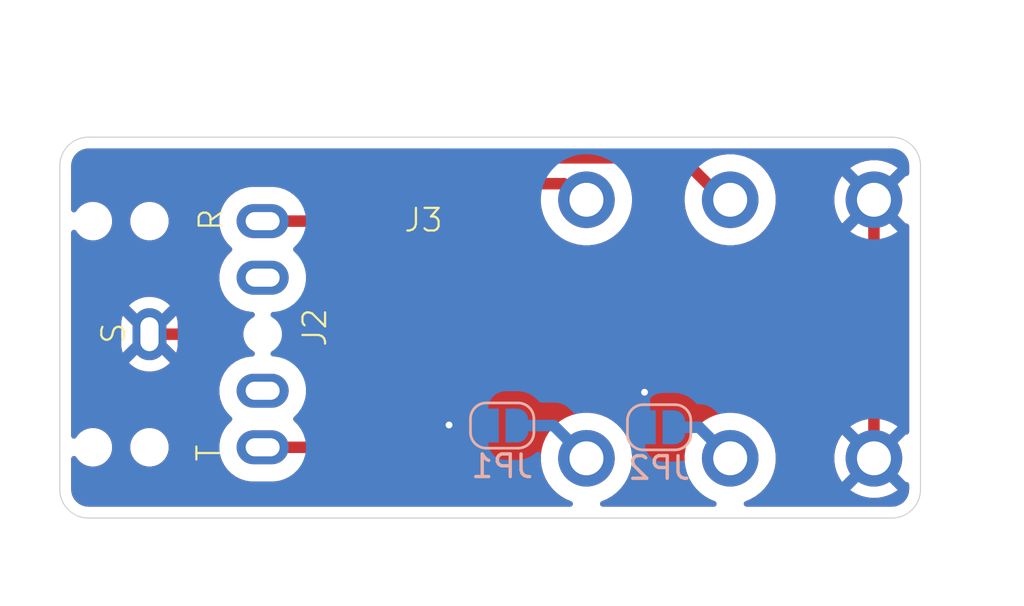
<source format=kicad_pcb>
(kicad_pcb (version 20241229) (generator "pcbnew") (generator_version "9.0")
  (layers (0 "F.Cu" signal) (2 "B.Cu" signal) (13 "F.Paste" user) (15 "B.Paste" user) (5 "F.SilkS" user "F.Silkscreen") (7 "B.SilkS" user "B.Silkscreen") (1 "F.Mask" user) (3 "B.Mask" user) (25 "Edge.Cuts" user))
  (net 0 "")
  (net 1 "TIP1")
  (net 2 "SLEEVE1")
  (net 3 "RING1")
  (net 4 "Net-(J3-R)")
  (net 5 "Net-(J3-T)")
  (footprint "nucleo_tdm_breakout:SJ1-3523N" (layer "F.Cu") (at 132.8118 95.123 90)
    (property "Reference" "J2" (at 0.3 2.3 90) (layer "F.SilkS") (effects (font (thickness 0.1))))
    (property "Value" "AudioJack3")
    (fp_text user "T" (at -5.7 -1.8 90) (layer "F.SilkS") (effects (font (thickness 0.1)) (justify left bottom)))
    (fp_text user "R" (at 4.5 -1.7 90) (layer "F.SilkS") (effects (font (thickness 0.1)) (justify left bottom)))
    (fp_text user "S" (at -0.5 -6 90) (layer "F.SilkS") (effects (font (thickness 0.1)) (justify left bottom)))
    (pad "" np_thru_hole circle (at -5 -7.5 270) (size 1.2 1.2) (drill 1.2) (layers "*.Cu" "*.Mask"))
    (pad "" np_thru_hole circle (at -5 -5 270) (size 1.2 1.2) (drill 1.2) (layers "*.Cu" "*.Mask"))
    (pad "" np_thru_hole circle (at 0 0 270) (size 1.2 1.2) (drill 1.2) (layers "*.Cu" "*.Mask"))
    (pad "" np_thru_hole circle (at 5 -7.5 270) (size 1.2 1.2) (drill 1.2) (layers "*.Cu" "*.Mask"))
    (pad "" np_thru_hole circle (at 5 -5 270) (size 1.2 1.2) (drill 1.2) (layers "*.Cu" "*.Mask"))
    (pad "10" thru_hole oval (at -2.5 0) (size 2.3 1.5) (drill oval 1.5 0.8) (layers "*.Cu" "*.Mask"))
    (pad "11" thru_hole oval (at 2.5 0) (size 2.3 1.5) (drill oval 1.5 0.8) (layers "*.Cu" "*.Mask"))
    (pad "R" thru_hole oval (at 5 0) (size 2.3 1.5) (drill oval 1.5 0.8) (layers "*.Cu" "*.Mask") (net 3 "RING1"))
    (pad "S" thru_hole oval (at 0 -5 270) (size 2.3 1.5) (drill oval 1.5 0.8) (layers "*.Cu" "*.Mask") (net 2 "SLEEVE1"))
    (pad "T" thru_hole oval (at -5 0) (size 2.3 1.5) (drill oval 1.5 0.8) (layers "*.Cu" "*.Mask") (net 1 "TIP1"))
  )
  (footprint "natsys_conn1:ACJS-MHOM" (layer "F.Cu") (at 147.1168 89.1794)
    (property "Reference" "J3" (at -7.2 0.9 0) (layer "F.SilkS") (effects (font (thickness 0.1))))
    (property "Value" "~")
    (pad "R" thru_hole circle (at 6.35 0) (size 2.5 2.5) (drill 1.5) (layers "*.Cu" "*.Mask") (net 3 "RING1"))
    (pad "RN" thru_hole circle (at 6.35 11.43) (size 2.5 2.5) (drill 1.5) (layers "*.Cu" "*.Mask") (net 4 "Net-(J3-R)"))
    (pad "S" thru_hole circle (at 12.7 0) (size 2.5 2.5) (drill 1.5) (layers "*.Cu" "*.Mask") (net 2 "SLEEVE1"))
    (pad "S" thru_hole circle (at 12.7 11.43) (size 2.5 2.5) (drill 1.5) (layers "*.Cu" "*.Mask") (net 2 "SLEEVE1"))
    (pad "T" thru_hole circle (at 0 0) (size 2.5 2.5) (drill 1.5) (layers "*.Cu" "*.Mask") (net 1 "TIP1"))
    (pad "TN" thru_hole circle (at 0 11.43) (size 2.5 2.5) (drill 1.5) (layers "*.Cu" "*.Mask") (net 5 "Net-(J3-T)"))
  )
  (footprint "Jumper:SolderJumper-2_P1.3mm_Open_RoundedPad1.0x1.5mm" (layer "B.Cu") (at 150.3276 99.2378)
    (property "Reference" "JP2" (at 0 1.8 180) (layer "B.SilkS") (effects (justify mirror)))
    (property "Value" "SolderJumper_2_Open")
    (fp_line (start -1.4 -0.3) (end -1.4 0.3) (stroke (width 0.12)) (layer "B.SilkS"))
    (fp_line (start -0.7 1) (end 0.7 1) (stroke (width 0.12)) (layer "B.SilkS"))
    (fp_line (start 0.7 -1) (end -0.7 -1) (stroke (width 0.12)) (layer "B.SilkS"))
    (fp_line (start 1.4 0.3) (end 1.4 -0.3) (stroke (width 0.12)) (layer "B.SilkS"))
    (fp_arc (start -1.4 -0.3) (mid -1.194975 -0.794975) (end -0.7 -1) (stroke (width 0.12)) (layer "B.SilkS"))
    (fp_arc (start -0.7 1) (mid -1.194975 0.794975) (end -1.4 0.3) (stroke (width 0.12)) (layer "B.SilkS"))
    (fp_arc (start 0.7 -1) (mid 1.194975 -0.794975) (end 1.4 -0.3) (stroke (width 0.12)) (layer "B.SilkS"))
    (fp_arc (start 1.4 0.3) (mid 1.194975 0.794975) (end 0.7 1) (stroke (width 0.12)) (layer "B.SilkS"))
    (pad "1" smd custom (at -0.65 0) (size 1 0.5) (layers "B.Cu" "B.Mask") (net 2 "SLEEVE1") (options (clearance outline) (anchor rect)) (primitives (gr_circle (center 0 -0.25) (end 0.5 -0.25) (width 0) (fill yes)) (gr_circle (center 0 0.25) (end 0.5 0.25) (width 0) (fill yes)) (gr_poly (pts (xy 0.5 -0.75) (xy 0 -0.75) (xy 0 0.75) (xy 0.5 0.75)) (width 0) (fill yes))))
    (pad "2" smd custom (at 0.65 0) (size 1 0.5) (layers "B.Cu" "B.Mask") (net 4 "Net-(J3-R)") (options (clearance outline) (anchor rect)) (primitives (gr_circle (center 0 -0.25) (end 0.5 -0.25) (width 0) (fill yes)) (gr_circle (center 0 0.25) (end 0.5 0.25) (width 0) (fill yes)) (gr_poly (pts (xy 0 -0.75) (xy -0.5 -0.75) (xy -0.5 0.75) (xy 0 0.75)) (width 0) (fill yes))))
  )
  (footprint "Jumper:SolderJumper-2_P1.3mm_Open_RoundedPad1.0x1.5mm" (layer "B.Cu") (at 143.3934 99.1616)
    (property "Reference" "JP1" (at 0 1.8 180) (layer "B.SilkS") (effects (justify mirror)))
    (property "Value" "SolderJumper_2_Open")
    (fp_line (start -1.4 -0.3) (end -1.4 0.3) (stroke (width 0.12)) (layer "B.SilkS"))
    (fp_line (start -0.7 1) (end 0.7 1) (stroke (width 0.12)) (layer "B.SilkS"))
    (fp_line (start 0.7 -1) (end -0.7 -1) (stroke (width 0.12)) (layer "B.SilkS"))
    (fp_line (start 1.4 0.3) (end 1.4 -0.3) (stroke (width 0.12)) (layer "B.SilkS"))
    (fp_arc (start -1.4 -0.3) (mid -1.194975 -0.794975) (end -0.7 -1) (stroke (width 0.12)) (layer "B.SilkS"))
    (fp_arc (start -0.7 1) (mid -1.194975 0.794975) (end -1.4 0.3) (stroke (width 0.12)) (layer "B.SilkS"))
    (fp_arc (start 0.7 -1) (mid 1.194975 -0.794975) (end 1.4 -0.3) (stroke (width 0.12)) (layer "B.SilkS"))
    (fp_arc (start 1.4 0.3) (mid 1.194975 0.794975) (end 0.7 1) (stroke (width 0.12)) (layer "B.SilkS"))
    (pad "1" smd custom (at -0.65 0) (size 1 0.5) (layers "B.Cu" "B.Mask") (net 2 "SLEEVE1") (options (clearance outline) (anchor rect)) (primitives (gr_circle (center 0 -0.25) (end 0.5 -0.25) (width 0) (fill yes)) (gr_circle (center 0 0.25) (end 0.5 0.25) (width 0) (fill yes)) (gr_poly (pts (xy 0.5 -0.75) (xy 0 -0.75) (xy 0 0.75) (xy 0.5 0.75)) (width 0) (fill yes))))
    (pad "2" smd custom (at 0.65 0) (size 1 0.5) (layers "B.Cu" "B.Mask") (net 5 "Net-(J3-T)") (options (clearance outline) (anchor rect)) (primitives (gr_circle (center 0 -0.25) (end 0.5 -0.25) (width 0) (fill yes)) (gr_circle (center 0 0.25) (end 0.5 0.25) (width 0) (fill yes)) (gr_poly (pts (xy 0 -0.75) (xy -0.5 -0.75) (xy -0.5 0.75) (xy 0 0.75)) (width 0) (fill yes))))
  )
  (gr_arc (start 161.8742 101.981) (mid 161.502226 102.879026) (end 160.6042 103.251) (stroke (width 0.05)) (layer "Edge.Cuts"))
  (gr_arc (start 123.8504 87.6808) (mid 124.222374 86.782774) (end 125.1204 86.4108) (stroke (width 0.05)) (layer "Edge.Cuts"))
  (gr_line (start 125.1204 86.4108) (end 160.6042 86.4108) (stroke (width 0.05)) (layer "Edge.Cuts"))
  (gr_line (start 123.8504 101.981) (end 123.8504 87.6808) (stroke (width 0.05)) (layer "Edge.Cuts"))
  (gr_arc (start 160.6042 86.4108) (mid 161.502226 86.782774) (end 161.8742 87.6808) (stroke (width 0.05)) (layer "Edge.Cuts"))
  (gr_line (start 160.6042 103.251) (end 125.1204 103.251) (stroke (width 0.05)) (layer "Edge.Cuts"))
  (gr_line (start 161.8742 87.6808) (end 161.8742 101.981) (stroke (width 0.05)) (layer "Edge.Cuts"))
  (gr_arc (start 125.1204 103.251) (mid 124.222374 102.879026) (end 123.8504 101.981) (stroke (width 0.05)) (layer "Edge.Cuts"))
  (segment (start 136.7536 91.0082) (end 139.8778 91.0082) (width 0.508) (layer "F.Cu") (net 1))
  (segment (start 139.8778 91.0082) (end 142.4178 88.4682) (width 0.508) (layer "F.Cu") (net 1))
  (segment (start 135.9408 99.314) (end 135.9408 91.821) (width 0.508) (layer "F.Cu") (net 1))
  (segment (start 135.9408 91.821) (end 136.7536 91.0082) (width 0.508) (layer "F.Cu") (net 1))
  (segment (start 135.1318 100.123) (end 135.9408 99.314) (width 0.508) (layer "F.Cu") (net 1))
  (segment (start 146.1126 88.4682) (end 147.1926 89.5482) (width 0.508) (layer "F.Cu") (net 1))
  (segment (start 142.4178 88.4682) (end 146.1126 88.4682) (width 0.508) (layer "F.Cu") (net 1))
  (segment (start 132.8118 100.123) (end 135.1318 100.123) (width 0.508) (layer "F.Cu") (net 1))
  (segment (start 149.6822 96.6978) (end 159.7406 96.6978) (width 0.508) (layer "F.Cu") (net 2))
  (segment (start 139.7254 100.6856) (end 139.7254 99.2124) (width 0.508) (layer "F.Cu") (net 2))
  (segment (start 130.2512 95.758) (end 130.2512 100.838) (width 0.508) (layer "F.Cu") (net 2))
  (segment (start 127.8118 95.123) (end 129.6162 95.123) (width 0.508) (layer "F.Cu") (net 2))
  (segment (start 149.6822 97.6884) (end 149.6822 96.6978) (width 0.508) (layer "F.Cu") (net 2))
  (segment (start 141.0462 99.1362) (end 139.8016 99.1362) (width 0.508) (layer "F.Cu") (net 2))
  (segment (start 131.3434 101.9302) (end 138.4808 101.9302) (width 0.508) (layer "F.Cu") (net 2))
  (segment (start 138.4808 101.9302) (end 139.7254 100.6856) (width 0.508) (layer "F.Cu") (net 2))
  (segment (start 159.8168 89.1794) (end 159.8168 96.774) (width 0.508) (layer "F.Cu") (net 2))
  (segment (start 159.7406 96.6978) (end 159.8168 96.774) (width 0.508) (layer "F.Cu") (net 2))
  (segment (start 129.6162 95.123) (end 130.2512 95.758) (width 0.508) (layer "F.Cu") (net 2))
  (segment (start 130.2512 100.838) (end 131.3434 101.9302) (width 0.508) (layer "F.Cu") (net 2))
  (segment (start 139.7254 99.2124) (end 139.7254 98.0186) (width 0.508) (layer "F.Cu") (net 2))
  (segment (start 139.8016 99.1362) (end 139.7254 99.2124) (width 0.508) (layer "F.Cu") (net 2))
  (segment (start 141.0462 96.6978) (end 149.6822 96.6978) (width 0.508) (layer "F.Cu") (net 2))
  (segment (start 159.8168 96.774) (end 159.8168 100.6094) (width 0.508) (layer "F.Cu") (net 2))
  (segment (start 139.7254 98.0186) (end 141.0462 96.6978) (width 0.508) (layer "F.Cu") (net 2))
  (via (at 149.6822 97.6884) (size 0.6) (drill 0.3) (layers "F.Cu" "B.Cu") (net 2))
  (via (at 141.0462 99.1362) (size 0.6) (drill 0.3) (layers "F.Cu" "B.Cu") (net 2))
  (segment (start 149.6776 99.2378) (end 149.6776 97.693) (width 0.508) (layer "B.Cu") (net 2))
  (segment (start 141.0716 99.1616) (end 141.0462 99.1362) (width 0.508) (layer "B.Cu") (net 2))
  (segment (start 142.7434 99.1616) (end 141.0716 99.1616) (width 0.508) (layer "B.Cu") (net 2))
  (segment (start 149.6776 97.693) (end 149.6822 97.6884) (width 0.508) (layer "B.Cu") (net 2))
  (segment (start 141.986 87.3252) (end 151.3196 87.3252) (width 0.508) (layer "F.Cu") (net 3))
  (segment (start 139.1882 90.123) (end 141.986 87.3252) (width 0.508) (layer "F.Cu") (net 3))
  (segment (start 132.8118 90.123) (end 139.1882 90.123) (width 0.508) (layer "F.Cu") (net 3))
  (segment (start 151.3196 87.3252) (end 153.5426 89.5482) (width 0.508) (layer "F.Cu") (net 3))
  (segment (start 152.0952 99.2378) (end 153.4668 100.6094) (width 0.508) (layer "B.Cu") (net 4))
  (segment (start 150.9776 99.2378) (end 152.0952 99.2378) (width 0.508) (layer "B.Cu") (net 4))
  (segment (start 144.0434 99.1616) (end 145.669 99.1616) (width 0.508) (layer "B.Cu") (net 5))
  (segment (start 145.669 99.1616) (end 147.1168 100.6094) (width 0.508) (layer "B.Cu") (net 5))
  (zone (net 2) (net_name "SLEEVE1") (layers "F.Cu" "B.Cu") (connect_pads (clearance 0.762)) (min_thickness 0.254) (fill yes (thermal_gap 0.5) (thermal_bridge_width 0.5))
    (polygon (pts (xy 121.2088 102.2096) (xy 126.1618 107.1626) (xy 162.306 107.1626) (xy 166.4462 103.0224) (xy 166.4462 86.4362) (xy 161.5694 81.5594) (xy 123.2408 81.5594) (xy 121.2088 83.5914)))
  )
)
</source>
